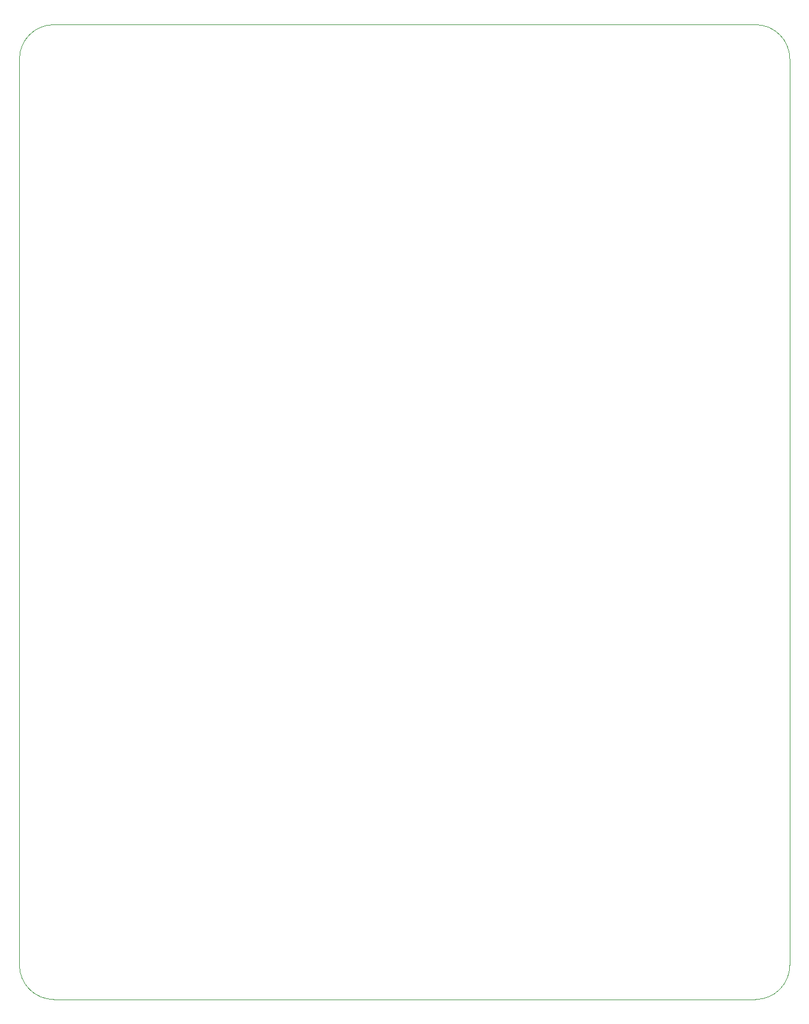
<source format=gbr>
%TF.GenerationSoftware,KiCad,Pcbnew,9.0.6*%
%TF.CreationDate,2026-01-23T11:35:01+01:00*%
%TF.ProjectId,Seminar,53656d69-6e61-4722-9e6b-696361645f70,rev?*%
%TF.SameCoordinates,Original*%
%TF.FileFunction,Profile,NP*%
%FSLAX46Y46*%
G04 Gerber Fmt 4.6, Leading zero omitted, Abs format (unit mm)*
G04 Created by KiCad (PCBNEW 9.0.6) date 2026-01-23 11:35:01*
%MOMM*%
%LPD*%
G01*
G04 APERTURE LIST*
%TA.AperFunction,Profile*%
%ADD10C,0.050000*%
%TD*%
G04 APERTURE END LIST*
D10*
X140950000Y-22550000D02*
X140950000Y-154400000D01*
X28800000Y-22550000D02*
G75*
G02*
X33800000Y-17550000I5000000J0D01*
G01*
X33800000Y-159400000D02*
G75*
G02*
X28800000Y-154400000I0J5000000D01*
G01*
X140950000Y-154400000D02*
G75*
G02*
X135950000Y-159400000I-5000000J0D01*
G01*
X33800000Y-17550000D02*
X135950000Y-17550000D01*
X135950000Y-159400000D02*
X33800000Y-159400000D01*
X28800000Y-154400000D02*
X28800000Y-22550000D01*
X135950000Y-17550000D02*
G75*
G02*
X140950000Y-22550000I0J-5000000D01*
G01*
M02*

</source>
